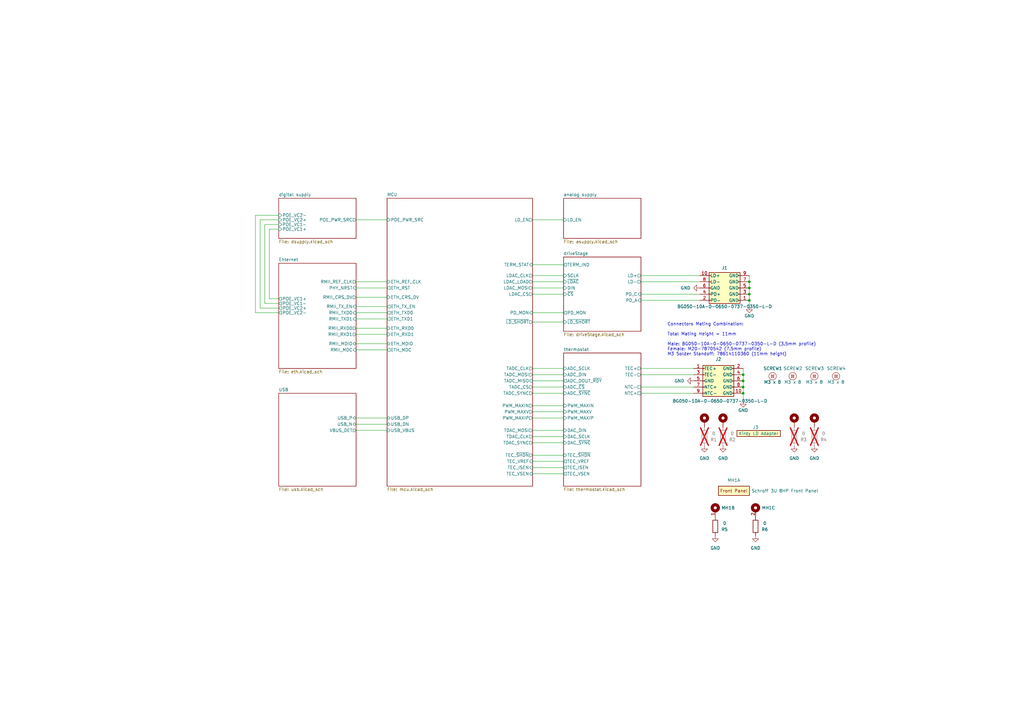
<source format=kicad_sch>
(kicad_sch (version 20230121) (generator eeschema)
  (paper "A3")
  (title_block (title "Kirdy") (date "2023-11-27") (rev "r0_3") (company "M-Labs Limited") (comment 1 "Linus Woo Chun Kit"))
  (lib_symbols
    (symbol "Device:R" (pin_numbers hide) (pin_names (offset 0))
      (property "Reference" "R" (at 2.032 0 90))
      (property "Value" "R" (at 0 0 90))
      (symbol "R_0_1"
        (rectangle (start -1.016 -2.54) (end 1.016 2.54) (stroke (width 0.254)))
      )
      (symbol "R_1_1"
        (pin passive line (at 0 3.81 270) (length 1.27) (name "~") (number "1"))
        (pin passive line (at 0 -3.81 90) (length 1.27) (name "~") (number "2"))
      )
    )
    (symbol "Mechanical:MountingHole_Pad" (pin_numbers hide) (pin_names (offset 1.016) hide)
      (property "Reference" "H" (at 0 6.35 0))
      (property "Value" "MountingHole_Pad" (at 0 4.445 0))
      (symbol "MountingHole_Pad_0_1"
        (circle (center 0 1.27) (radius 1.27) (stroke (width 1.27)))
      )
      (symbol "MountingHole_Pad_1_1"
        (pin input line (at 0 -2.54 90) (length 2.54) (name "1") (number "1"))
      )
    )
    (symbol "Panel_1"
      (property "Reference" "MH" (at 1.27 3.175 0))
      (symbol "Panel_1_1_1"
        (rectangle (start 0 0) (end 12.7 -3.81) (stroke (width 0.254)) (fill (type background)))
        (text "Front Panel" (at 6.35 -1.905 0) (effects (font (size 1.27 1.27))))
      )
      (symbol "Panel_1_2_1"
        (circle (center 0 0) (radius 1.27) (stroke (width 1.27)))
        (pin input line (at 3.81 0 180) (length 2.54) (name "") (number "1"))
      )
      (symbol "Panel_1_3_1"
        (circle (center 0 0) (radius 1.27) (stroke (width 1.27)))
        (pin input line (at 3.81 0 180) (length 2.54) (name "") (number "2"))
      )
    )
    (symbol "kirdy:Kirdy_Adapter_HDR1"
      (property "Reference" "J" (at 5.08 2.54 0))
      (property "Value" "BG050-10A-0-0650-0737-0350-L-D" (at 10.16 -12.7 0))
      (symbol "Kirdy_Adapter_HDR1_1_1"
        (rectangle (start 3.81 -10.033) (end 4.445 -10.287) (stroke (width 0.1524)))
        (rectangle (start 3.81 -7.493) (end 4.445 -7.747) (stroke (width 0.1524)))
        (rectangle (start 3.81 -4.953) (end 4.445 -5.207) (stroke (width 0.1524)))
        (rectangle (start 3.81 -2.413) (end 4.445 -2.667) (stroke (width 0.1524)))
        (rectangle (start 3.81 0.127) (end 4.445 -0.127) (stroke (width 0.1524)))
        (rectangle (start 3.81 1.27) (end 16.51 -11.43) (stroke (width 0.254)) (fill (type background)))
        (rectangle (start 15.875 -10.033) (end 16.51 -10.287) (stroke (width 0.1524)))
        (rectangle (start 15.875 -7.493) (end 16.51 -7.747) (stroke (width 0.1524)))
        (rectangle (start 15.875 -4.953) (end 16.51 -5.207) (stroke (width 0.1524)))
        (rectangle (start 15.875 -2.413) (end 16.51 -2.667) (stroke (width 0.1524)))
        (rectangle (start 15.875 0.127) (end 16.51 -0.127) (stroke (width 0.1524)))
        (pin passive line (at 0 0 0) (length 3.81) (name "TEC+") (number "1"))
        (pin passive line (at 20.32 -10.16 180) (length 3.81) (name "GND") (number "10"))
        (pin passive line (at 20.32 0 180) (length 3.81) (name "GND") (number "2"))
        (pin passive line (at 0 -2.54 0) (length 3.81) (name "TEC-") (number "3"))
        (pin passive line (at 20.32 -2.54 180) (length 3.81) (name "GND") (number "4"))
        (pin passive line (at 0 -5.08 0) (length 3.81) (name "GND") (number "5"))
        (pin passive line (at 20.32 -5.08 180) (length 3.81) (name "GND") (number "6"))
        (pin passive line (at 0 -7.62 0) (length 3.81) (name "NTC+") (number "7"))
        (pin passive line (at 20.32 -7.62 180) (length 3.81) (name "GND") (number "8"))
        (pin passive line (at 0 -10.16 0) (length 3.81) (name "NTC-") (number "9"))
      )
    )
    (symbol "kirdy:Kirdy_Adapter_HDR2"
      (property "Reference" "J" (at 5.08 2.54 0))
      (property "Value" "BG050-10A-0-0650-0737-0350-L-D" (at 10.16 -12.7 0))
      (symbol "Kirdy_Adapter_HDR2_1_1"
        (rectangle (start 3.81 -10.033) (end 4.445 -10.287) (stroke (width 0.1524)))
        (rectangle (start 3.81 -7.493) (end 4.445 -7.747) (stroke (width 0.1524)))
        (rectangle (start 3.81 -4.953) (end 4.445 -5.207) (stroke (width 0.1524)))
        (rectangle (start 3.81 -2.413) (end 4.445 -2.667) (stroke (width 0.1524)))
        (rectangle (start 3.81 0.127) (end 4.445 -0.127) (stroke (width 0.1524)))
        (rectangle (start 3.81 1.27) (end 16.51 -11.43) (stroke (width 0.254)) (fill (type background)))
        (rectangle (start 15.875 -10.033) (end 16.51 -10.287) (stroke (width 0.1524)))
        (rectangle (start 15.875 -7.493) (end 16.51 -7.747) (stroke (width 0.1524)))
        (rectangle (start 15.875 -4.953) (end 16.51 -5.207) (stroke (width 0.1524)))
        (rectangle (start 15.875 -2.413) (end 16.51 -2.667) (stroke (width 0.1524)))
        (rectangle (start 15.875 0.127) (end 16.51 -0.127) (stroke (width 0.1524)))
        (pin passive line (at 0 0 0) (length 3.81) (name "GND") (number "1"))
        (pin passive line (at 20.32 -10.16 180) (length 3.81) (name "LD+") (number "10"))
        (pin passive line (at 20.32 0 180) (length 3.81) (name "PD-") (number "2"))
        (pin passive line (at 0 -2.54 0) (length 3.81) (name "GND") (number "3"))
        (pin passive line (at 20.32 -2.54 180) (length 3.81) (name "PD+") (number "4"))
        (pin passive line (at 0 -5.08 0) (length 3.81) (name "GND") (number "5"))
        (pin passive line (at 20.32 -5.08 180) (length 3.81) (name "GND") (number "6"))
        (pin passive line (at 0 -7.62 0) (length 3.81) (name "GND") (number "7"))
        (pin passive line (at 20.32 -7.62 180) (length 3.81) (name "LD-") (number "8"))
        (pin passive line (at 0 -10.16 0) (length 3.81) (name "GND") (number "9"))
      )
    )
    (symbol "kirdy:Kirdy_LD_Adapter" (pin_names (offset 1.016) hide)
      (property "Reference" "J" (at -6.35 2.54 0))
      (property "Value" "Kirdy_LD_Adapter" (at 1.27 0 0))
      (symbol "Kirdy_LD_Adapter_1_1"
        (rectangle (start -7.62 1.27) (end 10.16 -1.27) (stroke (width 0.254)) (fill (type background)))
      )
    )
    (symbol "kirdy:Panel"
      (property "Reference" "MH" (at 1.27 3.175 0))
      (symbol "Panel_1_1"
        (rectangle (start 0 0) (end 12.7 -3.81) (stroke (width 0.254)) (fill (type background)))
        (text "Front Panel" (at 6.35 -1.905 0) (effects (font (size 1.27 1.27))))
      )
      (symbol "Panel_2_1"
        (circle (center 0 0) (radius 1.27) (stroke (width 1.27)))
        (pin input line (at 3.81 0 180) (length 2.54) (name "") (number "1"))
      )
      (symbol "Panel_3_1"
        (circle (center 0 0) (radius 1.27) (stroke (width 1.27)))
        (pin input line (at 3.81 0 180) (length 2.54) (name "") (number "2"))
      )
    )
    (symbol "kirdy:Screw" (on_board no)
      (property "Reference" "SCREW" (at 3.048 2.54 0))
      (symbol "Screw_0_1"
        (polyline (pts (xy -0.254 0) (xy -0.635 -0.381) (xy -0.381 -0.635) (xy 0 -0.254)))
        (polyline (pts (xy 0 -0.254) (xy 0.381 -0.635) (xy 0.635 -0.381) (xy 0.254 0)))
        (polyline (pts (xy 0 0.254) (xy -0.381 0.635) (xy -0.635 0.381) (xy -0.254 0)))
        (polyline (pts (xy 0.254 0) (xy 0.635 0.381) (xy 0.381 0.635) (xy 0 0.254)))
        (circle (center 0 0) (radius 1.524))
      )
    )
    (symbol "power:GND" (power) (pin_names (offset 0))
      (property "Value" "GND" (at 0 -3.81 0))
      (symbol "GND_0_1"
        (polyline (pts (xy 0 0) (xy 0 -1.27) (xy 1.27 -1.27) (xy 0 -2.54) (xy -1.27 -1.27) (xy 0 -1.27)))
      )
      (symbol "GND_1_1"
        (pin power_in line (at 0 0 270) (length 0) hide (name "GND") (number "1"))
      )
    )
  )
  (junction (at 307.34 118.11))
  (junction (at 304.8 153.67))
  (junction (at 304.8 158.75))
  (junction (at 304.8 161.29))
  (junction (at 307.34 120.65))
  (junction (at 307.34 123.19))
  (junction (at 307.34 115.57))
  (junction (at 304.8 156.21))
  (wire (pts (xy 304.8 153.67) (xy 304.8 156.21)))
  (wire (pts (xy 146.05 176.53) (xy 158.75 176.53)))
  (wire (pts (xy 108.585 92.075) (xy 108.585 124.46)))
  (wire (pts (xy 218.44 168.91) (xy 231.14 168.91)))
  (wire (pts (xy 106.68 126.365) (xy 106.68 90.17)))
  (wire (pts (xy 218.44 176.53) (xy 231.14 176.53)))
  (wire (pts (xy 304.8 151.13) (xy 304.8 153.67)))
  (wire (pts (xy 146.05 125.73) (xy 158.75 125.73)))
  (wire (pts (xy 307.34 115.57) (xy 307.34 118.11)))
  (wire (pts (xy 262.89 123.19) (xy 287.02 123.19)))
  (wire (pts (xy 114.3 122.555) (xy 110.49 122.555)))
  (wire (pts (xy 218.44 151.13) (xy 231.14 151.13)))
  (wire (pts (xy 146.05 173.99) (xy 158.75 173.99)))
  (wire (pts (xy 218.44 161.29) (xy 231.14 161.29)))
  (wire (pts (xy 146.05 115.57) (xy 158.75 115.57)))
  (wire (pts (xy 218.44 90.17) (xy 231.14 90.17)))
  (wire (pts (xy 218.44 171.45) (xy 231.14 171.45)))
  (wire (pts (xy 146.05 140.97) (xy 158.75 140.97)))
  (wire (pts (xy 218.44 194.31) (xy 231.14 194.31)))
  (wire (pts (xy 218.44 166.37) (xy 231.14 166.37)))
  (wire (pts (xy 218.44 189.23) (xy 231.14 189.23)))
  (wire (pts (xy 218.44 179.07) (xy 231.14 179.07)))
  (wire (pts (xy 262.89 161.29) (xy 284.48 161.29)))
  (wire (pts (xy 146.05 121.92) (xy 158.75 121.92)))
  (wire (pts (xy 146.05 171.45) (xy 158.75 171.45)))
  (wire (pts (xy 307.34 120.65) (xy 307.34 123.19)))
  (wire (pts (xy 262.89 113.03) (xy 287.02 113.03)))
  (wire (pts (xy 146.05 90.17) (xy 158.75 90.17)))
  (wire (pts (xy 114.3 92.075) (xy 108.585 92.075)))
  (wire (pts (xy 110.49 93.98) (xy 114.3 93.98)))
  (wire (pts (xy 304.8 156.21) (xy 304.8 158.75)))
  (wire (pts (xy 106.68 90.17) (xy 114.3 90.17)))
  (wire (pts (xy 110.49 122.555) (xy 110.49 93.98)))
  (wire (pts (xy 304.8 158.75) (xy 304.8 161.29)))
  (wire (pts (xy 114.3 88.265) (xy 104.775 88.265)))
  (wire (pts (xy 307.34 123.19) (xy 307.34 125.73)))
  (wire (pts (xy 146.05 130.81) (xy 158.75 130.81)))
  (wire (pts (xy 218.44 115.57) (xy 231.14 115.57)))
  (wire (pts (xy 262.89 120.65) (xy 287.02 120.65)))
  (wire (pts (xy 146.05 118.11) (xy 158.75 118.11)))
  (wire (pts (xy 114.3 126.365) (xy 106.68 126.365)))
  (wire (pts (xy 146.05 128.27) (xy 158.75 128.27)))
  (wire (pts (xy 304.8 161.29) (xy 304.8 164.465)))
  (wire (pts (xy 262.89 158.75) (xy 284.48 158.75)))
  (wire (pts (xy 104.775 88.265) (xy 104.775 128.27)))
  (wire (pts (xy 218.44 132.08) (xy 231.14 132.08)))
  (wire (pts (xy 146.05 134.62) (xy 158.75 134.62)))
  (wire (pts (xy 218.44 118.11) (xy 231.14 118.11)))
  (wire (pts (xy 307.34 113.03) (xy 307.34 115.57)))
  (wire (pts (xy 218.44 156.21) (xy 231.14 156.21)))
  (wire (pts (xy 307.34 118.11) (xy 307.34 120.65)))
  (wire (pts (xy 218.44 128.27) (xy 231.14 128.27)))
  (wire (pts (xy 218.44 186.69) (xy 231.14 186.69)))
  (wire (pts (xy 218.44 153.67) (xy 231.14 153.67)))
  (wire (pts (xy 218.44 108.585) (xy 231.14 108.585)))
  (wire (pts (xy 218.44 181.61) (xy 231.14 181.61)))
  (wire (pts (xy 218.44 158.75) (xy 231.14 158.75)))
  (wire (pts (xy 218.44 120.65) (xy 231.14 120.65)))
  (wire (pts (xy 262.89 151.13) (xy 284.48 151.13)))
  (wire (pts (xy 262.89 153.67) (xy 284.48 153.67)))
  (wire (pts (xy 108.585 124.46) (xy 114.3 124.46)))
  (wire (pts (xy 146.05 143.51) (xy 158.75 143.51)))
  (wire (pts (xy 262.89 115.57) (xy 287.02 115.57)))
  (wire (pts (xy 104.775 128.27) (xy 114.3 128.27)))
  (wire (pts (xy 218.44 191.77) (xy 231.14 191.77)))
  (wire (pts (xy 218.44 113.03) (xy 231.14 113.03)))
  (wire (pts (xy 146.05 137.16) (xy 158.75 137.16)))
  (text "Connectors Mating Combination:\n\nTotal Mating Height = 11mm\n\nMale: BG050-10A-0-0650-0737-0350-L-D (3.5mm profile) \nFemale: M20-7870542 (7.5mm profile) \nM3 Solder Standoff: 78614110360 (11mm height)" (at 273.685 146.05 0) (effects (font (size 1.27 1.27)) (justify left bottom)))
  (symbol (lib_id "power:GND") (at 309.88 219.71 0) (unit 1)
    (property "Reference" "#PWR010" (effects hide))
    (property "Value" "GND" (at 309.88 224.79 0))
  )
  (symbol (lib_id "kirdy:Screw") (at 334.01 154.305 0) (unit 1) (on_board no)
    (property "Reference" "SCREW3" (at 330.2 151.13 0) (effects (justify left)))
    (property "Value" "M3 x 8" (at 334.01 156.718 0))
    (property "MFR_PN" "FH4-M3-8" (effects hide))
  )
  (symbol (lib_id "Device:R") (at 296.545 179.07 180) (unit 1) (dnp yes)
    (property "Reference" "R2" (at 300.355 180.34 0))
    (property "Value" "0" (at 300.355 177.8 0))
    (property "Footprint" "Resistor_SMD:R_0603_1608Metric" (effects hide))
    (property "MFR_PN" "RMCF0603ZT0R00" (effects hide))
    (property "MFR_PN_ALT" "CR0603-J/-000ELF" (effects hide))
  )
  (symbol (lib_id "Device:R") (at 293.37 215.9 180) (unit 1)
    (property "Reference" "R5" (at 297.18 217.17 0))
    (property "Value" "0" (at 297.18 214.63 0))
    (property "Footprint" "Resistor_SMD:R_0603_1608Metric" (effects hide))
    (property "MFR_PN" "RMCF0603ZT0R00" (effects hide))
    (property "MFR_PN_ALT" "CR0603-J/-000ELF" (effects hide))
  )
  (symbol (lib_id "kirdy:Kirdy_LD_Adapter") (at 309.88 177.8 0) (unit 1)
    (property "Reference" "J3" (at 309.88 175.26 0))
    (property "Value" "Kirdy LD Adapter" (at 311.15 177.8 0))
    (property "Footprint" "kirdy:Kirdy_LD_Adapter" (effects hide))
    (property "MFR_PN" "Kirdy_LD_Adapter_PCB" (effects hide))
  )
  (symbol (lib_id "kirdy:Panel") (at 309.88 208.28 270) (unit 3)
    (property "Reference" "MH1" (at 312.42 208.28 90) (effects (justify left)))
    (property "Value" "Schroff 3U 8HP Front Panel" (effects hide))
    (property "Footprint" "kirdy:Panel" (effects hide))
    (property "MFR_PN" "20848-668" (effects hide))
  )
  (symbol (lib_id "kirdy:Screw") (at 316.865 154.305 0) (unit 1) (on_board no)
    (property "Reference" "SCREW1" (at 313.055 151.13 0) (effects (justify left)))
    (property "Value" "M3 x 8" (at 316.865 156.718 0))
    (property "MFR_PN" "FH4-M3-8" (effects hide))
  )
  (symbol (lib_id "kirdy:Kirdy_Adapter_HDR2") (at 307.34 123.19 180) (unit 1)
    (property "Reference" "J1" (at 297.18 109.855 0))
    (property "Value" "BG050-10A-0-0650-0737-0350-L-D" (at 297.18 125.73 0))
    (property "Footprint" "kirdy:BG050-10A-0-0650-0737-0350-L-D" (effects hide))
    (property "MFR_PN" "BG050-10A-0-0650-0737-0350-L-D" (effects hide))
    (property "MFR_PN_ALT" "BG050-10A-0-0450-0737-0350-L-D " (effects hide))
  )
  (symbol (lib_name "Panel_1") (lib_id "kirdy:Panel") (at 294.64 199.39 0) (unit 1)
    (property "Reference" "MH1" (at 300.99 196.977 0))
    (property "Value" "Schroff 3U 8HP Front Panel" (at 321.945 201.295 0))
    (property "Footprint" "kirdy:Panel" (effects hide))
    (property "MFR_PN" "20848-668" (effects hide))
  )
  (symbol (lib_id "power:GND") (at 307.34 125.73 0) (unit 1)
    (property "Reference" "#PWR02" (effects hide))
    (property "Value" "GND" (at 307.34 129.54 0))
  )
  (symbol (lib_id "kirdy:Screw") (at 342.9 154.305 0) (unit 1) (on_board no)
    (property "Reference" "SCREW4" (at 339.09 151.13 0) (effects (justify left)))
    (property "Value" "M3 x 8" (at 342.9 156.718 0))
    (property "MFR_PN" "FH4-M3-8" (effects hide))
  )
  (symbol (lib_id "Mechanical:MountingHole_Pad") (at 325.755 172.72 0) (unit 1)
    (property "Reference" "H3" (effects hide))
    (property "Value" "78614110360" (effects hide))
    (property "Footprint" "Mounting_Wuerth:Mounting_Wuerth_WA-SMSI-M3_H11mm_9774110360" (effects hide))
    (property "MFR_PN" "78614110360" (effects hide))
    (property "MFT_PN_ALT" "9774110360R" (effects hide))
  )
  (symbol (lib_id "power:GND") (at 287.02 118.11 270) (unit 1)
    (property "Reference" "#PWR01" (effects hide))
    (property "Value" "GND" (at 283.21 118.11 90) (effects (justify right)))
  )
  (symbol (lib_id "Mechanical:MountingHole_Pad") (at 288.925 172.72 0) (unit 1)
    (property "Reference" "H1" (effects hide))
    (property "Value" "78614110360" (effects hide))
    (property "Footprint" "Mounting_Wuerth:Mounting_Wuerth_WA-SMSI-M3_H11mm_9774110360" (effects hide))
    (property "Datasheet" "~" (at 288.925 172.72 0))
    (property "MFR_PN" "78614110360" (effects hide))
    (property "MFR_PN_ALT" "9774110360R" (effects hide))
  )
  (symbol (lib_id "Device:R") (at 325.755 179.07 180) (unit 1) (dnp yes)
    (property "Reference" "R3" (at 329.565 180.34 0))
    (property "Value" "0" (at 329.565 177.8 0))
    (property "Footprint" "Resistor_SMD:R_0603_1608Metric" (effects hide))
    (property "MFR_PN" "RMCF0603ZT0R00" (effects hide))
    (property "MFR_PN_ALT" "CR0603-J/-000ELF" (effects hide))
  )
  (symbol (lib_id "power:GND") (at 296.545 182.88 0) (unit 1)
    (property "Reference" "#PWR06" (effects hide))
    (property "Value" "GND" (at 296.545 187.96 0))
  )
  (symbol (lib_id "power:GND") (at 288.925 182.88 0) (unit 1)
    (property "Reference" "#PWR05" (effects hide))
    (property "Value" "GND" (at 288.925 187.96 0))
  )
  (symbol (lib_id "Mechanical:MountingHole_Pad") (at 334.01 172.72 0) (unit 1)
    (property "Reference" "H4" (effects hide))
    (property "Value" "78614110360" (effects hide))
    (property "Footprint" "Mounting_Wuerth:Mounting_Wuerth_WA-SMSI-M3_H11mm_9774110360" (effects hide))
    (property "MFR_PN" "78614110360" (effects hide))
    (property "MFR_PN_ALT" "9774110360R" (effects hide))
  )
  (symbol (lib_id "Mechanical:MountingHole_Pad") (at 296.545 172.72 0) (unit 1)
    (property "Reference" "H2" (effects hide))
    (property "Value" "78614110360" (effects hide))
    (property "Footprint" "Mounting_Wuerth:Mounting_Wuerth_WA-SMSI-M3_H11mm_9774110360" (effects hide))
    (property "MFR_PN" "78614110360" (effects hide))
    (property "MFR_PN_ALT" "9774110360R" (effects hide))
  )
  (symbol (lib_id "power:GND") (at 334.01 182.88 0) (unit 1)
    (property "Reference" "#PWR08" (effects hide))
    (property "Value" "GND" (at 334.01 187.96 0))
  )
  (symbol (lib_id "kirdy:Screw") (at 325.12 154.305 0) (unit 1) (on_board no)
    (property "Reference" "SCREW2" (at 321.31 151.13 0) (effects (justify left)))
    (property "Value" "M3 x 8" (at 325.12 156.718 0))
    (property "MFR_PN" "FH4-M3-8" (effects hide))
  )
  (symbol (lib_id "Device:R") (at 334.01 179.07 180) (unit 1) (dnp yes)
    (property "Reference" "R4" (at 337.82 180.34 0))
    (property "Value" "0" (at 337.82 177.8 0))
    (property "Footprint" "Resistor_SMD:R_0603_1608Metric" (effects hide))
    (property "MFR_PN" "RMCF0603ZT0R00" (effects hide))
    (property "MFR_PN_ALT" "CR0603-J/-000ELF" (effects hide))
  )
  (symbol (lib_id "power:GND") (at 293.37 219.71 0) (unit 1)
    (property "Reference" "#PWR09" (effects hide))
    (property "Value" "GND" (at 293.37 224.79 0))
  )
  (symbol (lib_id "power:GND") (at 284.48 156.21 270) (unit 1)
    (property "Reference" "#PWR03" (effects hide))
    (property "Value" "GND" (at 280.67 156.21 90) (effects (justify right)))
  )
  (symbol (lib_id "Device:R") (at 288.925 179.07 180) (unit 1) (dnp yes)
    (property "Reference" "R1" (at 292.735 180.34 0))
    (property "Value" "0" (at 292.735 177.8 0))
    (property "Footprint" "Resistor_SMD:R_0603_1608Metric" (effects hide))
    (property "MFR_PN" "RMCF0603ZT0R00" (effects hide))
    (property "MFR_PN_ALT" "CR0603-J/-000ELF" (effects hide))
  )
  (symbol (lib_id "kirdy:Panel") (at 293.37 208.28 270) (unit 2)
    (property "Reference" "MH1" (at 295.91 208.28 90) (effects (justify left)))
    (property "Value" "Schroff 3U 8HP Front Panel" (effects hide))
    (property "Footprint" "kirdy:Panel" (effects hide))
    (property "MFR_PN" "20848-668" (effects hide))
  )
  (symbol (lib_id "kirdy:Kirdy_Adapter_HDR1") (at 284.48 151.13 0) (unit 1)
    (property "Reference" "J2" (at 294.64 147.32 0))
    (property "Value" "BG050-10A-0-0650-0737-0350-L-D" (at 295.275 164.465 0))
    (property "Footprint" "kirdy:BG050-10A-0-0650-0737-0350-L-D" (effects hide))
    (property "MFR_PN" "BG050-10A-0-0650-0737-0350-L-D" (effects hide))
    (property "MFR_PN_ALT" "BG050-10A-0-0450-0737-0350-L-D " (effects hide))
  )
  (symbol (lib_id "power:GND") (at 304.8 164.465 0) (unit 1)
    (property "Reference" "#PWR04" (effects hide))
    (property "Value" "GND" (at 304.8 168.275 0))
  )
  (symbol (lib_id "power:GND") (at 325.755 182.88 0) (unit 1)
    (property "Reference" "#PWR07" (effects hide))
    (property "Value" "GND" (at 325.755 187.96 0))
  )
  (symbol (lib_id "Device:R") (at 309.88 215.9 180) (unit 1)
    (property "Reference" "R6" (at 313.69 217.17 0))
    (property "Value" "0" (at 313.69 214.63 0))
    (property "Footprint" "Resistor_SMD:R_0603_1608Metric" (effects hide))
    (property "MFR_PN" "RMCF0603ZT0R00" (effects hide))
    (property "MFR_PN_ALT" "CR0603-J/-000ELF" (effects hide))
  )
  (sheet (at 114.3 107.95) (size 31.75 43.18) (stroke (width 0.1524))
    (property "Sheetname" "Ehternet" (at 114.3 107.2384 0) (effects (justify left bottom)))
    (property "Sheetfile" "eth.kicad_sch" (at 114.3 151.7146 0) (effects (justify left top)))
    (pin "RMII_MDIO" bidirectional (at 146.05 140.97 0))
    (pin "PHY_NRST" input (at 146.05 118.11 0))
    (pin "RMII_MDC" input (at 146.05 143.51 0))
    (pin "RMII_CRS_DV" output (at 146.05 121.92 0))
    (pin "RMII_TX_EN" input (at 146.05 125.73 0))
    (pin "RMII_TXD0" input (at 146.05 128.27 0))
    (pin "RMII_TXD1" input (at 146.05 130.81 0))
    (pin "RMII_RXD0" output (at 146.05 134.62 0))
    (pin "RMII_RXD1" output (at 146.05 137.16 0))
    (pin "RMII_REF_CLK" output (at 146.05 115.57 0))
    (pin "POE_VC1+" output (at 114.3 122.555 180))
    (pin "POE_VC1-" output (at 114.3 124.46 180))
    (pin "POE_VC2+" output (at 114.3 126.365 180))
    (pin "POE_VC2-" output (at 114.3 128.27 180))
  )
  (sheet (at 114.3 161.29) (size 31.75 38.1) (stroke (width 0.1524))
    (property "Sheetname" "USB" (at 114.3 160.5784 0) (effects (justify left bottom)))
    (property "Sheetfile" "usb.kicad_sch" (at 114.3 199.9746 0) (effects (justify left top)))
    (pin "USB_N" bidirectional (at 146.05 173.99 0))
    (pin "USB_P" bidirectional (at 146.05 171.45 0))
    (pin "VBUS_DET" output (at 146.05 176.53 0))
  )
  (sheet (at 231.14 105.41) (size 31.75 30.48) (stroke (width 0.1524))
    (property "Sheetname" "driveStage" (at 231.14 104.6984 0) (effects (justify left bottom)))
    (property "Sheetfile" "driveStage.kicad_sch" (at 231.14 136.4746 0) (effects (justify left top)))
    (pin "LD-" output (at 262.89 115.57 0))
    (pin "LD+" output (at 262.89 113.03 0))
    (pin "SCLK" input (at 231.14 113.03 180))
    (pin "DIN" input (at 231.14 118.11 180))
    (pin "~{LDAC}" input (at 231.14 115.57 180))
    (pin "~{CS}" input (at 231.14 120.65 180))
    (pin "PD_A" input (at 262.89 123.19 0))
    (pin "PD_C" input (at 262.89 120.65 0))
    (pin "PD_MON" output (at 231.14 128.27 180))
    (pin "~{LD_SHORT}" input (at 231.14 132.08 180))
    (pin "TERM_IND" output (at 231.14 108.585 180))
  )
  (sheet (at 114.3 81.28) (size 31.75 16.51) (stroke (width 0.1524))
    (property "Sheetname" "digital supply" (at 114.3 80.5684 0) (effects (justify left bottom)))
    (property "Sheetfile" "dsupply.kicad_sch" (at 114.3 98.3746 0) (effects (justify left top)))
    (pin "POE_PWR_SRC" output (at 146.05 90.17 0))
    (pin "POE_VC1-" input (at 114.3 92.075 180))
    (pin "POE_VC2-" input (at 114.3 88.265 180))
    (pin "POE_VC1+" input (at 114.3 93.98 180))
    (pin "POE_VC2+" input (at 114.3 90.17 180))
  )
  (sheet (at 231.14 144.78) (size 31.75 54.61) (stroke (width 0.1524))
    (property "Sheetname" "thermostat" (at 231.14 144.0684 0) (effects (justify left bottom)))
    (property "Sheetfile" "thermostat.kicad_sch" (at 231.14 199.9746 0) (effects (justify left top)))
    (pin "TEC-" output (at 262.89 153.67 0))
    (pin "TEC+" output (at 262.89 151.13 0))
    (pin "NTC-" passive (at 262.89 158.75 0))
    (pin "NTC+" passive (at 262.89 161.29 0))
    (pin "DAC_~{SYNC}" input (at 231.14 181.61 180))
    (pin "DAC_SCLK" input (at 231.14 179.07 180))
    (pin "DAC_DIN" input (at 231.14 176.53 180))
    (pin "PWM_MAXV" input (at 231.14 168.91 180))
    (pin "ADC_SCLK" input (at 231.14 151.13 180))
    (pin "ADC_DIN" input (at 231.14 153.67 180))
    (pin "ADC_DOUT_~{RDY}" output (at 231.14 156.21 180))
    (pin "ADC_~{CS}" input (at 231.14 158.75 180))
    (pin "ADC_~{SYNC}" input (at 231.14 161.29 180))
    (pin "PWM_MAXIN" input (at 231.14 166.37 180))
    (pin "PWM_MAXIP" input (at 231.14 171.45 180))
    (pin "TEC_~{SHDN}" input (at 231.14 186.69 180))
    (pin "TEC_ISEN" output (at 231.14 191.77 180))
    (pin "TEC_VREF" output (at 231.14 189.23 180))
    (pin "TEC_VSEN" output (at 231.14 194.31 180))
  )
  (sheet (at 231.14 81.28) (size 31.75 16.51) (stroke (width 0.1524))
    (property "Sheetname" "analog supply" (at 231.14 80.5684 0) (effects (justify left bottom)))
    (property "Sheetfile" "asupply.kicad_sch" (at 231.14 98.3746 0) (effects (justify left top)))
    (pin "LD_EN" input (at 231.14 90.17 180))
  )
  (sheet (at 158.75 81.28) (size 59.69 118.11) (stroke (width 0.1524))
    (property "Sheetname" "MCU" (at 158.75 80.5684 0) (effects (justify left bottom)))
    (property "Sheetfile" "mcu.kicad_sch" (at 158.75 199.9746 0) (effects (justify left top)))
    (pin "ETH_RST" output (at 158.75 118.11 180))
    (pin "ETH_MDIO" bidirectional (at 158.75 140.97 180))
    (pin "PD_MON" input (at 218.44 128.27 0))
    (pin "TEC_~{SHDN}" output (at 218.44 186.69 0))
    (pin "TEC_VREF" input (at 218.44 189.23 0))
    (pin "ETH_CRS_DV" input (at 158.75 121.92 180))
    (pin "USB_VBUS" input (at 158.75 176.53 180))
    (pin "TEC_ISEN" input (at 218.44 191.77 0))
    (pin "TEC_VSEN" input (at 218.44 194.31 0))
    (pin "USB_DP" bidirectional (at 158.75 171.45 180))
    (pin "USB_DN" bidirectional (at 158.75 173.99 180))
    (pin "TADC_CS" output (at 218.44 158.75 0))
    (pin "LDAC_CLK" output (at 218.44 113.03 0))
    (pin "ETH_TX_EN" output (at 158.75 125.73 180))
    (pin "ETH_TXD0" output (at 158.75 128.27 180))
    (pin "ETH_TXD1" output (at 158.75 130.81 180))
    (pin "LDAC_LOAD" output (at 218.44 115.57 0))
    (pin "POE_PWR_SRC" input (at 158.75 90.17 180))
    (pin "ETH_RXD0" input (at 158.75 134.62 180))
    (pin "ETH_RXD1" input (at 158.75 137.16 180))
    (pin "LDAC_MOSI" output (at 218.44 118.11 0))
    (pin "TADC_MOSI" output (at 218.44 153.67 0))
    (pin "TADC_MISO" input (at 218.44 156.21 0))
    (pin "PWM_MAXIP" output (at 218.44 171.45 0))
    (pin "ETH_MDC" output (at 158.75 143.51 180))
    (pin "LDAC_CS" output (at 218.44 120.65 0))
    (pin "TADC_SYNC" output (at 218.44 161.29 0))
    (pin "TDAC_CLK" output (at 218.44 179.07 0))
    (pin "TDAC_SYNC" output (at 218.44 181.61 0))
    (pin "TDAC_MOSI" output (at 218.44 176.53 0))
    (pin "PWM_MAXIN" output (at 218.44 166.37 0))
    (pin "PWM_MAXV" output (at 218.44 168.91 0))
    (pin "TADC_CLK" output (at 218.44 151.13 0))
    (pin "ETH_REF_CLK" input (at 158.75 115.57 180))
    (pin "LD_EN" output (at 218.44 90.17 0))
    (pin "~{LD_SHORT}" output (at 218.44 132.08 0))
    (pin "TERM_STAT" input (at 218.44 108.585 0))
  )
)
</source>
